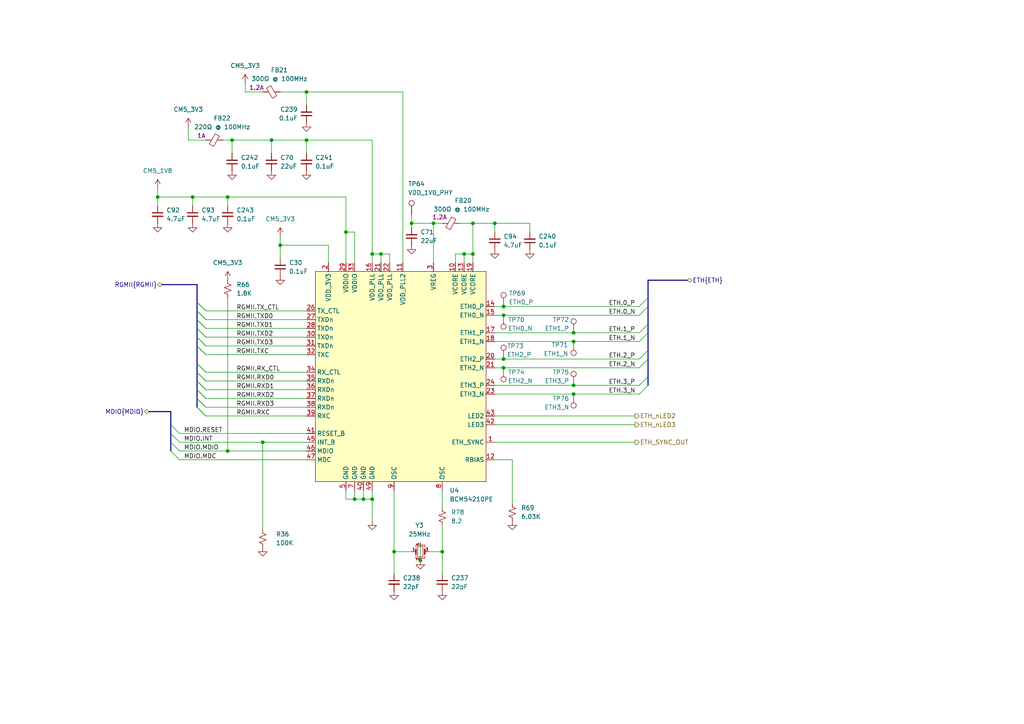
<source format=kicad_sch>
(kicad_sch (version 20250114) (generator "eeschema") (generator_version "9.0")
  (paper "A4")
  (title_block (title "RPi CM5 Ethernet PHY") (comment 2 "Guaranteed to be inaccurate") (comment 3 "License: CC BY-SA 4.0 (https://creativecommons.org/licenses/by-sa/4.0/)") (comment 4 "Reverse engineered by Tube Time"))
  (lib_symbols
    (symbol "CM5:BCM54210PE"
      (property "Reference" "U" (at 50.038 6.35 0))
      (property "Value" "BCM54210PE" (at 55.118 3.302 0))
      (symbol "BCM54210PE_1_1"
        (rectangle (start 0 0) (end 49.53 -60.96) (fill (type background)))
        (pin unspecified line (at -2.54 -11.43 0) (length 2.54) (name "TX_CTL") (number "26"))
        (pin unspecified line (at -2.54 -13.97 0) (length 2.54) (name "TXDn") (number "27"))
        (pin unspecified line (at -2.54 -16.51 0) (length 2.54) (name "TXDn") (number "28"))
        (pin unspecified line (at -2.54 -19.05 0) (length 2.54) (name "TXDn") (number "30"))
        (pin unspecified line (at -2.54 -21.59 0) (length 2.54) (name "TXDn") (number "31"))
        (pin unspecified line (at -2.54 -24.13 0) (length 2.54) (name "TXC") (number "32"))
        (pin unspecified line (at -2.54 -29.21 0) (length 2.54) (name "RX_CTL") (number "34"))
        (pin unspecified line (at -2.54 -31.75 0) (length 2.54) (name "RXDn") (number "35"))
        (pin unspecified line (at -2.54 -34.29 0) (length 2.54) (name "RXDn") (number "36"))
        (pin unspecified line (at -2.54 -36.83 0) (length 2.54) (name "RXDn") (number "37"))
        (pin unspecified line (at -2.54 -39.37 0) (length 2.54) (name "RXDn") (number "38"))
        (pin unspecified line (at -2.54 -41.91 0) (length 2.54) (name "RXC") (number "39"))
        (pin input line (at -2.54 -46.99 0) (length 2.54) (name "RESET_B") (number "41"))
        (pin open_collector line (at -2.54 -49.53 0) (length 2.54) (name "INT_B") (number "45"))
        (pin bidirectional line (at -2.54 -52.07 0) (length 2.54) (name "MDIO") (number "46"))
        (pin input line (at -2.54 -54.61 0) (length 2.54) (name "MDC") (number "47"))
        (pin power_in line (at 3.81 2.54 270) (length 2.54) (name "VDD_3V3") (number "2"))
        (pin power_in line (at 8.89 2.54 270) (length 2.54) (name "VDDIO") (number "29"))
        (pin power_in line (at 8.89 -63.5 90) (length 2.54) (name "GND") (number "5"))
        (pin power_in line (at 11.43 2.54 270) (length 2.54) (name "VDDIO") (number "33"))
        (pin power_in line (at 11.43 -63.5 90) (length 2.54) (name "GND") (number "7"))
        (pin power_in line (at 13.97 -63.5 90) (length 2.54) (name "GND") (number "40"))
        (pin power_in line (at 16.51 2.54 270) (length 2.54) (name "VDD_PLL") (number "16"))
        (pin power_in line (at 16.51 -63.5 90) (length 2.54) (name "GND") (number "49"))
        (pin power_in line (at 19.05 2.54 270) (length 2.54) (name "VDD_PLL") (number "21"))
        (pin power_in line (at 21.59 2.54 270) (length 2.54) (name "VDD_PLL") (number "22"))
        (pin passive line (at 22.86 -63.5 90) (length 2.54) (name "OSC") (number "9"))
        (pin power_in line (at 25.4 2.54 270) (length 2.54) (name "VDD_PLL2") (number "11"))
        (pin power_out line (at 34.29 2.54 270) (length 2.54) (name "VREG") (number "3"))
        (pin passive line (at 36.83 -63.5 90) (length 2.54) (name "OSC") (number "8"))
        (pin power_in line (at 40.64 2.54 270) (length 2.54) (name "VCORE") (number "10"))
        (pin power_in line (at 43.18 2.54 270) (length 2.54) (name "VCORE") (number "13"))
        (pin power_in line (at 45.72 2.54 270) (length 2.54) (name "VCORE") (number "19"))
        (pin output line (at 52.07 -10.16 180) (length 2.54) (name "ETH0_P") (number "14"))
        (pin output line (at 52.07 -12.7 180) (length 2.54) (name "ETH0_N") (number "15"))
        (pin output line (at 52.07 -17.78 180) (length 2.54) (name "ETH1_P") (number "17"))
        (pin output line (at 52.07 -20.32 180) (length 2.54) (name "ETH1_N") (number "18"))
        (pin output line (at 52.07 -25.4 180) (length 2.54) (name "ETH2_P") (number "20"))
        (pin output line (at 52.07 -27.94 180) (length 2.54) (name "ETH2_N") (number "21"))
        (pin output line (at 52.07 -33.02 180) (length 2.54) (name "ETH3_P") (number "24"))
        (pin output line (at 52.07 -35.56 180) (length 2.54) (name "ETH3_N") (number "23"))
        (pin output line (at 52.07 -41.91 180) (length 2.54) (name "LED2") (number "43"))
        (pin output line (at 52.07 -44.45 180) (length 2.54) (name "LED3") (number "42"))
        (pin output line (at 52.07 -49.53 180) (length 2.54) (name "ETH_SYNC") (number "1"))
        (pin passive line (at 52.07 -54.61 180) (length 2.54) (name "RBIAS") (number "12"))
      )
    )
    (symbol "Connector:TestPoint" (pin_numbers (hide yes)) (pin_names (offset 0.762) (hide yes))
      (property "Reference" "TP" (at 0 6.858 0))
      (property "Value" "TestPoint" (at 0 5.08 0))
      (symbol "TestPoint_0_1"
        (circle (center 0 3.302) (radius 0.762))
      )
      (symbol "TestPoint_1_1"
        (pin passive line (at 0 0 90) (length 2.54) (name "1") (number "1"))
      )
    )
    (symbol "Device:C_Small" (pin_numbers (hide yes)) (pin_names (offset 0.254) (hide yes))
      (property "Reference" "C" (at 0.254 1.778 0))
      (property "Value" "C_Small" (at 0.254 -2.032 0))
      (symbol "C_Small_0_1"
        (polyline (pts (xy -1.524 0.508) (xy 1.524 0.508)) (stroke (width 0.3048)))
        (polyline (pts (xy -1.524 -0.508) (xy 1.524 -0.508)) (stroke (width 0.3302)))
      )
      (symbol "C_Small_1_1"
        (pin passive line (at 0 2.54 270) (length 2.032) (name "~") (number "1"))
        (pin passive line (at 0 -2.54 90) (length 2.032) (name "~") (number "2"))
      )
    )
    (symbol "Device:Crystal_GND24_Small" (pin_names (offset 1.016) (hide yes))
      (property "Reference" "Y" (at 1.27 4.445 0))
      (property "Value" "Crystal_GND24_Small" (at 1.27 2.54 0))
      (symbol "Crystal_GND24_Small_0_1"
        (polyline (pts (xy -1.27 1.27) (xy -1.27 1.905) (xy 1.27 1.905) (xy 1.27 1.27)))
        (polyline (pts (xy -1.27 -0.762) (xy -1.27 0.762)) (stroke (width 0.381)))
        (polyline (pts (xy -1.27 -1.27) (xy -1.27 -1.905) (xy 1.27 -1.905) (xy 1.27 -1.27)))
        (rectangle (start -0.762 -1.524) (end 0.762 1.524))
        (polyline (pts (xy 1.27 -0.762) (xy 1.27 0.762)) (stroke (width 0.381)))
      )
      (symbol "Crystal_GND24_Small_1_1"
        (pin passive line (at -2.54 0 0) (length 1.27) (name "1") (number "1"))
        (pin passive line (at 0 2.54 270) (length 0.635) (name "4") (number "4"))
        (pin passive line (at 0 -2.54 90) (length 0.635) (name "2") (number "2"))
        (pin passive line (at 2.54 0 180) (length 1.27) (name "3") (number "3"))
      )
    )
    (symbol "Device:FerriteBead_Small" (pin_numbers (hide yes)) (pin_names (offset 0))
      (property "Reference" "FB" (at 1.905 1.27 0))
      (property "Value" "FerriteBead_Small" (at 1.905 -1.27 0))
      (symbol "FerriteBead_Small_0_1"
        (polyline (pts (xy -1.8288 0.2794) (xy -1.1176 1.4986) (xy 1.8288 -0.2032) (xy 1.1176 -1.4224) (xy -1.8288 0.2794)))
        (polyline (pts (xy 0 0.889) (xy 0 1.2954)))
        (polyline (pts (xy 0 -1.27) (xy 0 -0.7874)))
      )
      (symbol "FerriteBead_Small_1_1"
        (pin passive line (at 0 2.54 270) (length 1.27) (name "~") (number "1"))
        (pin passive line (at 0 -2.54 90) (length 1.27) (name "~") (number "2"))
      )
    )
    (symbol "Device:R_Small_US" (pin_numbers (hide yes)) (pin_names (offset 0.254) (hide yes))
      (property "Reference" "R" (at 0.762 0.508 0))
      (property "Value" "R_Small_US" (at 0.762 -1.016 0))
      (symbol "R_Small_US_1_1"
        (polyline (pts (xy 0 1.524) (xy 1.016 1.143) (xy 0 0.762) (xy -1.016 0.381) (xy 0 0)))
        (polyline (pts (xy 0 0) (xy 1.016 -0.381) (xy 0 -0.762) (xy -1.016 -1.143) (xy 0 -1.524)))
        (pin passive line (at 0 2.54 270) (length 1.016) (name "~") (number "1"))
        (pin passive line (at 0 -2.54 90) (length 1.016) (name "~") (number "2"))
      )
    )
    (symbol "power:+3.3V" (power) (pin_numbers (hide yes)) (pin_names (offset 0) (hide yes))
      (property "Value" "+3.3V" (at 0 3.556 0))
      (symbol "+3.3V_0_1"
        (polyline (pts (xy -0.762 1.27) (xy 0 2.54)))
        (polyline (pts (xy 0 2.54) (xy 0.762 1.27)))
        (polyline (pts (xy 0 0) (xy 0 2.54)))
      )
      (symbol "+3.3V_1_1"
        (pin power_in line (at 0 0 90) (length 0) (name "~") (number "1"))
      )
    )
    (symbol "power:GND" (power) (pin_numbers (hide yes)) (pin_names (offset 0) (hide yes))
      (property "Value" "GND" (at 0 -3.81 0))
      (symbol "GND_0_1"
        (polyline (pts (xy 0 0) (xy 0 -1.27) (xy 1.27 -1.27) (xy 0 -2.54) (xy -1.27 -1.27) (xy 0 -1.27)))
      )
      (symbol "GND_1_1"
        (pin power_in line (at 0 0 270) (length 0) (name "~") (number "1"))
      )
    )
  )
  (junction (at 107.95 144.78))
  (junction (at 143.51 64.77))
  (junction (at 137.16 73.66))
  (junction (at 119.38 64.77))
  (junction (at 110.49 73.66))
  (junction (at 78.74 40.64))
  (junction (at 45.72 57.15))
  (junction (at 102.87 144.78))
  (junction (at 81.28 71.12))
  (junction (at 128.27 160.02))
  (junction (at 55.88 57.15))
  (junction (at 125.73 64.77))
  (junction (at 166.37 96.52))
  (junction (at 88.9 26.67))
  (junction (at 66.04 57.15))
  (junction (at 121.92 162.56))
  (junction (at 100.33 67.31))
  (junction (at 146.05 91.44))
  (junction (at 88.9 40.64))
  (junction (at 114.3 160.02))
  (junction (at 146.05 106.68))
  (junction (at 166.37 111.76))
  (junction (at 66.04 130.81))
  (junction (at 166.37 114.3))
  (junction (at 134.62 73.66))
  (junction (at 76.2 128.27))
  (junction (at 166.37 99.06))
  (junction (at 146.05 88.9))
  (junction (at 137.16 64.77))
  (junction (at 107.95 73.66))
  (junction (at 146.05 104.14))
  (junction (at 105.41 144.78))
  (junction (at 67.31 40.64))
  (bus_entry (at 57.15 95.25) (size 2.54 2.54))
  (bus_entry (at 57.15 97.79) (size 2.54 2.54))
  (bus_entry (at 57.15 100.33) (size 2.54 2.54))
  (bus_entry (at 187.96 111.76) (size -2.54 2.54))
  (bus_entry (at 57.15 118.11) (size 2.54 2.54))
  (bus_entry (at 187.96 101.6) (size -2.54 2.54))
  (bus_entry (at 57.15 105.41) (size 2.54 2.54))
  (bus_entry (at 187.96 88.9) (size -2.54 2.54))
  (bus_entry (at 57.15 87.63) (size 2.54 2.54))
  (bus_entry (at 49.53 123.19) (size 2.54 2.54))
  (bus_entry (at 57.15 100.33) (size 2.54 2.54))
  (bus_entry (at 187.96 104.14) (size -2.54 2.54))
  (bus_entry (at 57.15 107.95) (size 2.54 2.54))
  (bus_entry (at 49.53 125.73) (size 2.54 2.54))
  (bus_entry (at 49.53 128.27) (size 2.54 2.54))
  (bus_entry (at 187.96 96.52) (size -2.54 2.54))
  (bus_entry (at 57.15 113.03) (size 2.54 2.54))
  (bus_entry (at 57.15 97.79) (size 2.54 2.54))
  (bus_entry (at 57.15 90.17) (size 2.54 2.54))
  (bus_entry (at 49.53 130.81) (size 2.54 2.54))
  (bus_entry (at 187.96 86.36) (size -2.54 2.54))
  (bus_entry (at 57.15 110.49) (size 2.54 2.54))
  (bus_entry (at 187.96 93.98) (size -2.54 2.54))
  (bus_entry (at 187.96 109.22) (size -2.54 2.54))
  (bus_entry (at 57.15 115.57) (size 2.54 2.54))
  (bus_entry (at 57.15 113.03) (size 2.54 2.54))
  (bus_entry (at 57.15 92.71) (size 2.54 2.54))
  (bus_entry (at 57.15 118.11) (size 2.54 2.54))
  (bus_entry (at 57.15 107.95) (size 2.54 2.54))
  (bus_entry (at 57.15 90.17) (size 2.54 2.54))
  (bus_entry (at 57.15 105.41) (size 2.54 2.54))
  (bus_entry (at 57.15 87.63) (size 2.54 2.54))
  (bus_entry (at 57.15 110.49) (size 2.54 2.54))
  (bus_entry (at 57.15 95.25) (size 2.54 2.54))
  (bus_entry (at 57.15 115.57) (size 2.54 2.54))
  (bus_entry (at 57.15 92.71) (size 2.54 2.54))
  (wire (pts (xy 132.08 76.2) (xy 132.08 73.66)))
  (wire (pts (xy 59.69 120.65) (xy 88.9 120.65)))
  (wire (pts (xy 102.87 144.78) (xy 105.41 144.78)))
  (wire (pts (xy 166.37 96.52) (xy 185.42 96.52)))
  (bus (pts (xy 57.15 107.95) (xy 57.15 110.49)))
  (wire (pts (xy 59.69 97.79) (xy 88.9 97.79)))
  (bus (pts (xy 57.15 90.17) (xy 57.15 92.71)))
  (wire (pts (xy 100.33 144.78) (xy 102.87 144.78)))
  (wire (pts (xy 66.04 57.15) (xy 66.04 59.69)))
  (wire (pts (xy 114.3 142.24) (xy 114.3 160.02)))
  (bus (pts (xy 49.53 119.38) (xy 43.18 119.38)))
  (wire (pts (xy 102.87 76.2) (xy 102.87 67.31)))
  (wire (pts (xy 119.38 64.77) (xy 119.38 62.23)))
  (wire (pts (xy 146.05 104.14) (xy 185.42 104.14)))
  (bus (pts (xy 187.96 101.6) (xy 187.96 96.52)))
  (wire (pts (xy 124.46 160.02) (xy 128.27 160.02)))
  (bus (pts (xy 187.96 96.52) (xy 187.96 93.98)))
  (wire (pts (xy 134.62 76.2) (xy 134.62 73.66)))
  (wire (pts (xy 52.07 133.35) (xy 88.9 133.35)))
  (wire (pts (xy 134.62 73.66) (xy 137.16 73.66)))
  (wire (pts (xy 143.51 104.14) (xy 146.05 104.14)))
  (wire (pts (xy 59.69 100.33) (xy 88.9 100.33)))
  (wire (pts (xy 121.92 157.48) (xy 121.92 162.56)))
  (wire (pts (xy 153.67 64.77) (xy 153.67 67.31)))
  (wire (pts (xy 166.37 111.76) (xy 185.42 111.76)))
  (bus (pts (xy 57.15 115.57) (xy 57.15 118.11)))
  (wire (pts (xy 45.72 54.61) (xy 45.72 57.15)))
  (wire (pts (xy 114.3 160.02) (xy 114.3 166.37)))
  (wire (pts (xy 66.04 86.36) (xy 66.04 130.81)))
  (wire (pts (xy 146.05 106.68) (xy 185.42 106.68)))
  (wire (pts (xy 59.69 107.95) (xy 88.9 107.95)))
  (wire (pts (xy 102.87 144.78) (xy 102.87 142.24)))
  (wire (pts (xy 110.49 76.2) (xy 110.49 73.66)))
  (wire (pts (xy 143.51 106.68) (xy 146.05 106.68)))
  (wire (pts (xy 100.33 67.31) (xy 100.33 76.2)))
  (bus (pts (xy 187.96 109.22) (xy 187.96 104.14)))
  (bus (pts (xy 49.53 128.27) (xy 49.53 130.81)))
  (wire (pts (xy 133.35 64.77) (xy 137.16 64.77)))
  (wire (pts (xy 54.61 36.83) (xy 54.61 40.64)))
  (wire (pts (xy 119.38 160.02) (xy 114.3 160.02)))
  (bus (pts (xy 57.15 82.55) (xy 57.15 87.63)))
  (wire (pts (xy 81.28 68.58) (xy 81.28 71.12)))
  (wire (pts (xy 137.16 76.2) (xy 137.16 73.66)))
  (wire (pts (xy 137.16 64.77) (xy 143.51 64.77)))
  (wire (pts (xy 146.05 88.9) (xy 185.42 88.9)))
  (bus (pts (xy 46.99 82.55) (xy 57.15 82.55)))
  (wire (pts (xy 76.2 128.27) (xy 88.9 128.27)))
  (wire (pts (xy 107.95 144.78) (xy 107.95 142.24)))
  (wire (pts (xy 54.61 40.64) (xy 59.69 40.64)))
  (wire (pts (xy 45.72 57.15) (xy 45.72 59.69)))
  (wire (pts (xy 143.51 120.65) (xy 184.15 120.65)))
  (wire (pts (xy 113.03 73.66) (xy 110.49 73.66)))
  (wire (pts (xy 78.74 40.64) (xy 67.31 40.64)))
  (wire (pts (xy 125.73 64.77) (xy 125.73 76.2)))
  (wire (pts (xy 55.88 57.15) (xy 45.72 57.15)))
  (wire (pts (xy 110.49 73.66) (xy 107.95 73.66)))
  (bus (pts (xy 57.15 87.63) (xy 57.15 90.17)))
  (wire (pts (xy 66.04 57.15) (xy 55.88 57.15)))
  (wire (pts (xy 67.31 44.45) (xy 67.31 40.64)))
  (wire (pts (xy 128.27 160.02) (xy 128.27 166.37)))
  (wire (pts (xy 143.51 123.19) (xy 184.15 123.19)))
  (wire (pts (xy 143.51 96.52) (xy 166.37 96.52)))
  (bus (pts (xy 57.15 92.71) (xy 57.15 95.25)))
  (wire (pts (xy 143.51 111.76) (xy 166.37 111.76)))
  (wire (pts (xy 119.38 64.77) (xy 125.73 64.77)))
  (wire (pts (xy 113.03 76.2) (xy 113.03 73.66)))
  (wire (pts (xy 107.95 151.13) (xy 107.95 144.78)))
  (wire (pts (xy 132.08 73.66) (xy 134.62 73.66)))
  (bus (pts (xy 187.96 88.9) (xy 187.96 86.36)))
  (wire (pts (xy 137.16 73.66) (xy 137.16 64.77)))
  (wire (pts (xy 143.51 91.44) (xy 146.05 91.44)))
  (wire (pts (xy 119.38 64.77) (xy 119.38 66.04)))
  (wire (pts (xy 59.69 92.71) (xy 88.9 92.71)))
  (wire (pts (xy 81.28 26.67) (xy 88.9 26.67)))
  (wire (pts (xy 66.04 130.81) (xy 88.9 130.81)))
  (bus (pts (xy 187.96 81.28) (xy 199.39 81.28)))
  (wire (pts (xy 116.84 26.67) (xy 116.84 76.2)))
  (wire (pts (xy 88.9 26.67) (xy 88.9 30.48)))
  (wire (pts (xy 88.9 44.45) (xy 88.9 40.64)))
  (wire (pts (xy 102.87 67.31) (xy 100.33 67.31)))
  (bus (pts (xy 57.15 100.33) (xy 57.15 105.41)))
  (wire (pts (xy 59.69 118.11) (xy 88.9 118.11)))
  (wire (pts (xy 143.51 64.77) (xy 153.67 64.77)))
  (wire (pts (xy 59.69 95.25) (xy 88.9 95.25)))
  (bus (pts (xy 57.15 105.41) (xy 57.15 107.95)))
  (wire (pts (xy 59.69 110.49) (xy 88.9 110.49)))
  (wire (pts (xy 128.27 152.4) (xy 128.27 160.02)))
  (bus (pts (xy 57.15 95.25) (xy 57.15 97.79)))
  (wire (pts (xy 143.51 64.77) (xy 143.51 67.31)))
  (wire (pts (xy 59.69 102.87) (xy 88.9 102.87)))
  (bus (pts (xy 49.53 125.73) (xy 49.53 128.27)))
  (bus (pts (xy 187.96 104.14) (xy 187.96 101.6)))
  (wire (pts (xy 88.9 40.64) (xy 107.95 40.64)))
  (wire (pts (xy 107.95 40.64) (xy 107.95 73.66)))
  (wire (pts (xy 166.37 99.06) (xy 185.42 99.06)))
  (wire (pts (xy 52.07 130.81) (xy 66.04 130.81)))
  (wire (pts (xy 95.25 76.2) (xy 95.25 71.12)))
  (wire (pts (xy 100.33 67.31) (xy 100.33 57.15)))
  (wire (pts (xy 67.31 40.64) (xy 64.77 40.64)))
  (wire (pts (xy 88.9 26.67) (xy 116.84 26.67)))
  (wire (pts (xy 52.07 128.27) (xy 76.2 128.27)))
  (wire (pts (xy 59.69 90.17) (xy 88.9 90.17)))
  (wire (pts (xy 59.69 115.57) (xy 88.9 115.57)))
  (wire (pts (xy 100.33 57.15) (xy 66.04 57.15)))
  (wire (pts (xy 107.95 73.66) (xy 107.95 76.2)))
  (wire (pts (xy 143.51 128.27) (xy 184.15 128.27)))
  (bus (pts (xy 49.53 123.19) (xy 49.53 119.38)))
  (wire (pts (xy 128.27 142.24) (xy 128.27 147.32)))
  (wire (pts (xy 146.05 91.44) (xy 185.42 91.44)))
  (wire (pts (xy 78.74 44.45) (xy 78.74 40.64)))
  (wire (pts (xy 148.59 133.35) (xy 148.59 146.05)))
  (wire (pts (xy 88.9 40.64) (xy 78.74 40.64)))
  (wire (pts (xy 143.51 133.35) (xy 148.59 133.35)))
  (wire (pts (xy 100.33 144.78) (xy 100.33 142.24)))
  (wire (pts (xy 166.37 114.3) (xy 185.42 114.3)))
  (wire (pts (xy 105.41 144.78) (xy 105.41 142.24)))
  (bus (pts (xy 49.53 123.19) (xy 49.53 125.73)))
  (bus (pts (xy 57.15 113.03) (xy 57.15 115.57)))
  (wire (pts (xy 76.2 26.67) (xy 71.12 26.67)))
  (bus (pts (xy 187.96 111.76) (xy 187.96 109.22)))
  (wire (pts (xy 95.25 71.12) (xy 81.28 71.12)))
  (wire (pts (xy 76.2 128.27) (xy 76.2 153.67)))
  (wire (pts (xy 105.41 144.78) (xy 107.95 144.78)))
  (wire (pts (xy 52.07 125.73) (xy 88.9 125.73)))
  (wire (pts (xy 143.51 88.9) (xy 146.05 88.9)))
  (wire (pts (xy 55.88 57.15) (xy 55.88 59.69)))
  (wire (pts (xy 81.28 71.12) (xy 81.28 74.93)))
  (bus (pts (xy 187.96 93.98) (xy 187.96 88.9)))
  (wire (pts (xy 128.27 64.77) (xy 125.73 64.77)))
  (bus (pts (xy 187.96 86.36) (xy 187.96 81.28)))
  (wire (pts (xy 143.51 114.3) (xy 166.37 114.3)))
  (bus (pts (xy 57.15 97.79) (xy 57.15 100.33)))
  (wire (pts (xy 59.69 113.03) (xy 88.9 113.03)))
  (bus (pts (xy 57.15 110.49) (xy 57.15 113.03)))
  (wire (pts (xy 143.51 99.06) (xy 166.37 99.06)))
  (wire (pts (xy 71.12 24.13) (xy 71.12 26.67)))
  (label "RGMII.TXD3" (at 68.58 100.33 0))
  (label "ETH.3_N" (at 176.53 114.3 0))
  (label "RGMII.TXD1" (at 68.58 95.25 0))
  (label "RGMII.RXD1" (at 68.58 113.03 0))
  (label "RGMII.RXD2" (at 68.58 115.57 0))
  (label "RGMII.TXC" (at 68.58 102.87 0))
  (label "ETH.2_N" (at 176.53 106.68 0))
  (label "MDIO.MDIO" (at 53.34 130.81 0))
  (label "ETH.1_N" (at 176.53 99.06 0))
  (label "MDIO.RESET" (at 53.34 125.73 0))
  (label "MDIO.INT" (at 53.34 128.27 0))
  (label "ETH.0_P" (at 176.53 88.9 0))
  (label "RGMII.TXD2" (at 68.58 97.79 0))
  (label "MDIO.MDC" (at 53.34 133.35 0))
  (label "RGMII.TX_CTL" (at 68.58 90.17 0))
  (label "RGMII.TXD0" (at 68.58 92.71 0))
  (label "ETH.0_N" (at 176.53 91.44 0))
  (label "RGMII.RX_CTL" (at 68.58 107.95 0))
  (label "RGMII.RXC" (at 68.58 120.65 0))
  (label "RGMII.RXD0" (at 68.58 110.49 0))
  (label "ETH.2_P" (at 176.53 104.14 0))
  (label "RGMII.RXD3" (at 68.58 118.11 0))
  (label "ETH.3_P" (at 176.53 111.76 0))
  (label "ETH.1_P" (at 176.53 96.52 0))
  (hierarchical_label "MDIO{MDIO}" (shape bidirectional) (at 43.18 119.38 180))
  (hierarchical_label "RGMII{RGMII}" (shape bidirectional) (at 46.99 82.55 180))
  (hierarchical_label "ETH_nLED2" (shape output) (at 184.15 120.65 0))
  (hierarchical_label "ETH_SYNC_OUT" (shape output) (at 184.15 128.27 0))
  (hierarchical_label "ETH_nLED3" (shape output) (at 184.15 123.19 0))
  (hierarchical_label "ETH{ETH}" (shape bidirectional) (at 199.39 81.28 0))
  (symbol (lib_id "Device:C_Small") (at 128.27 168.91 180) (unit 1)
    (property "Reference" "C237" (at 130.81 167.6335 0) (effects (justify right)))
    (property "Value" "22pF" (at 130.81 170.1735 0) (effects (justify right)))
    (property "Footprint" "Capacitor_SMD:C_0201_0603Metric" (effects (hide yes)))
  )
  (symbol (lib_id "power:GND") (at 55.88 64.77 0) (unit 1)
    (property "Reference" "#PWR0373" (effects (hide yes)))
    (property "Value" "GND" (effects (hide yes)))
    (property "Description" "Power symbol creates a global label with name \"GND\" , ground" (effects (hide yes)))
  )
  (symbol (lib_id "power:GND") (at 114.3 171.45 0) (unit 1)
    (property "Reference" "#PWR0180" (effects (hide yes)))
    (property "Value" "GND" (effects (hide yes)))
    (property "Description" "Power symbol creates a global label with name \"GND\" , ground" (effects (hide yes)))
  )
  (symbol (lib_id "Device:C_Small") (at 66.04 62.23 0) (unit 1)
    (property "Reference" "C243" (at 68.58 60.9662 0) (effects (justify left)))
    (property "Value" "0.1uF" (at 68.58 63.5062 0) (effects (justify left)))
    (property "Footprint" "Capacitor_SMD:C_0201_0603Metric" (effects (hide yes)))
  )
  (symbol (lib_id "power:GND") (at 66.04 64.77 0) (unit 1)
    (property "Reference" "#PWR0372" (effects (hide yes)))
    (property "Value" "GND" (effects (hide yes)))
    (property "Description" "Power symbol creates a global label with name \"GND\" , ground" (effects (hide yes)))
  )
  (symbol (lib_id "Connector:TestPoint") (at 166.37 111.76 0) (mirror y) (unit 1) (in_bom no)
    (property "Reference" "TP75" (at 165.1 107.95 0) (effects (justify left)))
    (property "Value" "ETH3_P" (at 165.1 110.49 0) (effects (justify left)))
    (property "Footprint" "TestPoint:TestPoint_Pad_D1.0mm" (effects (hide yes)))
  )
  (symbol (lib_id "Device:R_Small_US") (at 128.27 149.86 180) (unit 1)
    (property "Reference" "R78" (at 130.81 148.5899 0) (effects (justify right)))
    (property "Value" "8.2" (at 130.81 151.1299 0) (effects (justify right)))
    (property "Footprint" "Resistor_SMD:R_0201_0603Metric" (effects (hide yes)))
  )
  (symbol (lib_id "power:GND") (at 78.74 49.53 0) (unit 1)
    (property "Reference" "#PWR0185" (effects (hide yes)))
    (property "Value" "GND" (effects (hide yes)))
    (property "Description" "Power symbol creates a global label with name \"GND\" , ground" (effects (hide yes)))
  )
  (symbol (lib_id "Device:FerriteBead_Small") (at 78.74 26.67 270) (mirror x) (unit 1)
    (property "Reference" "FB21" (at 81.026 20.32 90))
    (property "Value" "300Ω @ 100MHz" (at 81.026 22.86 90))
    (property "Footprint" "Inductor_SMD:L_0402_1005Metric" (effects (hide yes)))
    (property "Description" "Ferrite bead, small symbol" (effects (hide yes)))
    (property "Rating" "1.2A" (at 74.422 25.4 90))
  )
  (symbol (lib_id "Device:FerriteBead_Small") (at 62.23 40.64 90) (unit 1)
    (property "Reference" "FB22" (at 64.4398 34.29 90))
    (property "Value" "220Ω @ 100MHz" (at 64.4398 36.83 90))
    (property "Footprint" "Inductor_SMD:L_0402_1005Metric" (effects (hide yes)))
    (property "Description" "Ferrite bead, small symbol" (effects (hide yes)))
    (property "Rating" "1A" (at 58.42 39.37 90))
  )
  (symbol (lib_id "power:+3.3V") (at 71.12 24.13 0) (mirror y) (unit 1)
    (property "Reference" "#PWR0195" (effects (hide yes)))
    (property "Value" "CM5_3V3" (at 71.12 19.05 0))
    (property "Description" "Power symbol creates a global label with name \"+3.3V\"" (effects (hide yes)))
  )
  (symbol (lib_id "Device:C_Small") (at 153.67 69.85 180) (unit 1)
    (property "Reference" "C240" (at 156.21 68.5735 0) (effects (justify right)))
    (property "Value" "0.1uF" (at 156.21 71.1135 0) (effects (justify right)))
    (property "Footprint" "Capacitor_SMD:C_0201_0603Metric" (effects (hide yes)))
  )
  (symbol (lib_id "Device:C_Small") (at 81.28 77.47 180) (unit 1)
    (property "Reference" "C30" (at 83.82 76.1935 0) (effects (justify right)))
    (property "Value" "0.1uF" (at 83.82 78.7335 0) (effects (justify right)))
    (property "Footprint" "Capacitor_SMD:C_0201_0603Metric" (effects (hide yes)))
  )
  (symbol (lib_id "Connector:TestPoint") (at 146.05 88.9 0) (unit 1) (in_bom no)
    (property "Reference" "TP69" (at 147.574 85.09 0) (effects (justify left)))
    (property "Value" "ETH0_P" (at 147.574 87.63 0) (effects (justify left)))
    (property "Footprint" "TestPoint:TestPoint_Pad_D1.0mm" (effects (hide yes)))
  )
  (symbol (lib_id "Device:C_Small") (at 55.88 62.23 0) (unit 1)
    (property "Reference" "C93" (at 58.42 60.9662 0) (effects (justify left)))
    (property "Value" "4.7uF" (at 58.42 63.5062 0) (effects (justify left)))
    (property "Footprint" "Capacitor_SMD:C_0402_1005Metric" (effects (hide yes)))
  )
  (symbol (lib_id "power:GND") (at 88.9 49.53 0) (unit 1)
    (property "Reference" "#PWR0186" (effects (hide yes)))
    (property "Value" "GND" (effects (hide yes)))
    (property "Description" "Power symbol creates a global label with name \"GND\" , ground" (effects (hide yes)))
  )
  (symbol (lib_id "Device:C_Small") (at 88.9 46.99 180) (unit 1)
    (property "Reference" "C241" (at 91.44 45.7135 0) (effects (justify right)))
    (property "Value" "0.1uF" (at 91.44 48.2535 0) (effects (justify right)))
    (property "Footprint" "Capacitor_SMD:C_0201_0603Metric" (effects (hide yes)))
  )
  (symbol (lib_id "Device:C_Small") (at 143.51 69.85 0) (unit 1)
    (property "Reference" "C94" (at 146.05 68.5862 0) (effects (justify left)))
    (property "Value" "4.7uF" (at 146.05 71.1262 0) (effects (justify left)))
    (property "Footprint" "Capacitor_SMD:C_0402_1005Metric" (effects (hide yes)))
  )
  (symbol (lib_id "Device:C_Small") (at 114.3 168.91 0) (unit 1)
    (property "Reference" "C238" (at 116.84 167.6462 0) (effects (justify left)))
    (property "Value" "22pF" (at 116.84 170.1862 0) (effects (justify left)))
    (property "Footprint" "Capacitor_SMD:C_0201_0603Metric" (effects (hide yes)))
  )
  (symbol (lib_id "power:+3.3V") (at 66.04 81.28 0) (unit 1)
    (property "Reference" "#PWR0471" (effects (hide yes)))
    (property "Value" "CM5_3V3" (at 66.04 76.2 0))
    (property "Description" "Power symbol creates a global label with name \"+3.3V\"" (effects (hide yes)))
  )
  (symbol (lib_id "Device:C_Small") (at 45.72 62.23 0) (unit 1)
    (property "Reference" "C92" (at 48.26 60.9662 0) (effects (justify left)))
    (property "Value" "4.7uF" (at 48.26 63.5062 0) (effects (justify left)))
    (property "Footprint" "Capacitor_SMD:C_0402_1005Metric" (effects (hide yes)))
  )
  (symbol (lib_id "power:GND") (at 88.9 35.56 0) (mirror y) (unit 1)
    (property "Reference" "#PWR0183" (effects (hide yes)))
    (property "Value" "GND" (effects (hide yes)))
    (property "Description" "Power symbol creates a global label with name \"GND\" , ground" (effects (hide yes)))
  )
  (symbol (lib_id "Device:C_Small") (at 119.38 68.58 180) (unit 1)
    (property "Reference" "C71" (at 121.92 67.3035 0) (effects (justify right)))
    (property "Value" "22uF" (at 121.92 69.8435 0) (effects (justify right)))
    (property "Footprint" "Capacitor_SMD:C_0603_1608Metric" (effects (hide yes)))
  )
  (symbol (lib_id "Connector:TestPoint") (at 146.05 106.68 0) (mirror x) (unit 1) (in_bom no)
    (property "Reference" "TP74" (at 147.32 107.95 0) (effects (justify left)))
    (property "Value" "ETH2_N" (at 147.32 110.49 0) (effects (justify left)))
    (property "Footprint" "TestPoint:TestPoint_Pad_D1.0mm" (effects (hide yes)))
  )
  (symbol (lib_id "Device:FerriteBead_Small") (at 130.81 64.77 90) (unit 1)
    (property "Reference" "FB20" (at 134.366 58.166 90))
    (property "Value" "300Ω @ 100MHz" (at 133.858 60.706 90))
    (property "Footprint" "Inductor_SMD:L_0402_1005Metric" (effects (hide yes)))
    (property "Description" "Ferrite bead, small symbol" (effects (hide yes)))
    (property "Rating" "1.2A" (at 127.508 62.992 90))
  )
  (symbol (lib_id "power:GND") (at 67.31 49.53 0) (unit 1)
    (property "Reference" "#PWR0184" (effects (hide yes)))
    (property "Value" "GND" (effects (hide yes)))
    (property "Description" "Power symbol creates a global label with name \"GND\" , ground" (effects (hide yes)))
  )
  (symbol (lib_id "Device:C_Small") (at 67.31 46.99 180) (unit 1)
    (property "Reference" "C242" (at 69.85 45.7135 0) (effects (justify right)))
    (property "Value" "0.1uF" (at 69.85 48.2535 0) (effects (justify right)))
    (property "Footprint" "Capacitor_SMD:C_0201_0603Metric" (effects (hide yes)))
  )
  (symbol (lib_id "power:GND") (at 107.95 151.13 0) (unit 1)
    (property "Reference" "#PWR0178" (effects (hide yes)))
    (property "Value" "GND" (effects (hide yes)))
    (property "Description" "Power symbol creates a global label with name \"GND\" , ground" (effects (hide yes)))
  )
  (symbol (lib_id "Device:R_Small_US") (at 66.04 83.82 0) (unit 1)
    (property "Reference" "R66" (at 68.58 82.5499 0) (effects (justify left)))
    (property "Value" "1.8K" (at 68.58 85.0899 0) (effects (justify left)))
    (property "Footprint" "Resistor_SMD:R_0201_0603Metric" (effects (hide yes)))
  )
  (symbol (lib_id "power:GND") (at 148.59 151.13 0) (unit 1)
    (property "Reference" "#PWR0187" (effects (hide yes)))
    (property "Value" "GND" (effects (hide yes)))
    (property "Description" "Power symbol creates a global label with name \"GND\" , ground" (effects (hide yes)))
  )
  (symbol (lib_id "Connector:TestPoint") (at 119.38 62.23 0) (unit 1) (in_bom no)
    (property "Reference" "TP64" (at 118.364 53.34 0) (effects (justify left)))
    (property "Value" "VDD_1V0_PHY" (at 118.364 55.88 0) (effects (justify left)))
    (property "Footprint" "TestPoint:TestPoint_Pad_D1.0mm" (effects (hide yes)))
  )
  (symbol (lib_id "power:+3.3V") (at 54.61 36.83 0) (unit 1)
    (property "Reference" "#PWR0472" (effects (hide yes)))
    (property "Value" "CM5_3V3" (at 54.61 31.75 0))
    (property "Description" "Power symbol creates a global label with name \"+3.3V\"" (effects (hide yes)))
  )
  (symbol (lib_id "power:GND") (at 153.67 72.39 0) (unit 1)
    (property "Reference" "#PWR0182" (effects (hide yes)))
    (property "Value" "GND" (effects (hide yes)))
    (property "Description" "Power symbol creates a global label with name \"GND\" , ground" (effects (hide yes)))
  )
  (symbol (lib_id "Connector:TestPoint") (at 166.37 99.06 0) (mirror x) (unit 1) (in_bom no)
    (property "Reference" "TP71" (at 164.846 100.076 0) (effects (justify right)))
    (property "Value" "ETH1_N" (at 164.846 102.616 0) (effects (justify right)))
    (property "Footprint" "TestPoint:TestPoint_Pad_D1.0mm" (effects (hide yes)))
  )
  (symbol (lib_id "Connector:TestPoint") (at 166.37 114.3 0) (mirror x) (unit 1) (in_bom no)
    (property "Reference" "TP76" (at 165.1 115.57 0) (effects (justify right)))
    (property "Value" "ETH3_N" (at 165.1 118.11 0) (effects (justify right)))
    (property "Footprint" "TestPoint:TestPoint_Pad_D1.0mm" (effects (hide yes)))
  )
  (symbol (lib_id "power:+3.3V") (at 81.28 68.58 0) (unit 1)
    (property "Reference" "#PWR0470" (effects (hide yes)))
    (property "Value" "CM5_3V3" (at 81.28 63.5 0))
    (property "Description" "Power symbol creates a global label with name \"+3.3V\"" (effects (hide yes)))
  )
  (symbol (lib_id "power:GND") (at 121.92 162.56 0) (unit 1)
    (property "Reference" "#PWR0102" (effects (hide yes)))
    (property "Value" "GND" (effects (hide yes)))
    (property "Description" "Power symbol creates a global label with name \"GND\" , ground" (effects (hide yes)))
  )
  (symbol (lib_id "Connector:TestPoint") (at 166.37 96.52 0) (mirror y) (unit 1) (in_bom no)
    (property "Reference" "TP72" (at 165.1 92.71 0) (effects (justify left)))
    (property "Value" "ETH1_P" (at 165.1 95.25 0) (effects (justify left)))
    (property "Footprint" "TestPoint:TestPoint_Pad_D1.0mm" (effects (hide yes)))
  )
  (symbol (lib_id "Connector:TestPoint") (at 146.05 91.44 180) (unit 1) (in_bom no)
    (property "Reference" "TP70" (at 147.32 92.71 0) (effects (justify right)))
    (property "Value" "ETH0_N" (at 147.32 95.25 0) (effects (justify right)))
    (property "Footprint" "TestPoint:TestPoint_Pad_D1.0mm" (effects (hide yes)))
  )
  (symbol (lib_id "Connector:TestPoint") (at 146.05 104.14 0) (mirror y) (unit 1) (in_bom no)
    (property "Reference" "TP73" (at 147.066 100.33 0) (effects (justify right)))
    (property "Value" "ETH2_P" (at 147.066 102.87 0) (effects (justify right)))
    (property "Footprint" "TestPoint:TestPoint_Pad_D1.0mm" (effects (hide yes)))
  )
  (symbol (lib_id "power:GND") (at 45.72 64.77 0) (unit 1)
    (property "Reference" "#PWR0374" (effects (hide yes)))
    (property "Value" "GND" (effects (hide yes)))
    (property "Description" "Power symbol creates a global label with name \"GND\" , ground" (effects (hide yes)))
  )
  (symbol (lib_id "Device:C_Small") (at 78.74 46.99 180) (unit 1)
    (property "Reference" "C70" (at 81.28 45.7135 0) (effects (justify right)))
    (property "Value" "22uF" (at 81.28 48.2535 0) (effects (justify right)))
    (property "Footprint" "Capacitor_SMD:C_0603_1608Metric" (effects (hide yes)))
  )
  (symbol (lib_id "Device:R_Small_US") (at 76.2 156.21 180) (unit 1)
    (property "Reference" "R36" (at 80.01 154.9399 0) (effects (justify right)))
    (property "Value" "100K" (at 80.01 157.4799 0) (effects (justify right)))
    (property "Footprint" "Resistor_SMD:R_0201_0603Metric" (effects (hide yes)))
  )
  (symbol (lib_id "power:GND") (at 119.38 71.12 0) (unit 1)
    (property "Reference" "#PWR0179" (effects (hide yes)))
    (property "Value" "GND" (effects (hide yes)))
    (property "Description" "Power symbol creates a global label with name \"GND\" , ground" (effects (hide yes)))
  )
  (symbol (lib_id "power:+3.3V") (at 45.72 54.61 0) (unit 1)
    (property "Reference" "#PWR0481" (effects (hide yes)))
    (property "Value" "CM5_1V8" (at 45.72 49.53 0))
    (property "Description" "Power symbol creates a global label with name \"+3.3V\"" (effects (hide yes)))
  )
  (symbol (lib_id "power:GND") (at 76.2 158.75 0) (unit 1)
    (property "Reference" "#PWR0386" (effects (hide yes)))
    (property "Value" "GND" (effects (hide yes)))
    (property "Description" "Power symbol creates a global label with name \"GND\" , ground" (effects (hide yes)))
  )
  (symbol (lib_id "Device:Crystal_GND24_Small") (at 121.92 160.02 0) (unit 1)
    (property "Reference" "Y3" (at 121.666 152.4 0))
    (property "Value" "25MHz" (at 121.666 154.94 0))
    (property "Footprint" "Crystal:Crystal_SMD_1210-4Pin_1.2x1.0mm" (effects (hide yes)))
    (property "Description" "Four pin crystal, GND on pins 2 and 4, small symbol" (effects (hide yes)))
  )
  (symbol (lib_id "CM5:BCM54210PE") (at 91.44 78.74 0) (unit 1)
    (property "Reference" "U4" (at 130.4133 142.24 0) (effects (justify left)))
    (property "Value" "BCM54210PE" (at 130.4133 144.78 0) (effects (justify left)))
    (property "Footprint" "Package_DFN_QFN:TQFN-48-1EP_7x7mm_P0.5mm_EP5.1x5.1mm" (effects (hide yes)))
  )
  (symbol (lib_id "Device:R_Small_US") (at 148.59 148.59 180) (unit 1)
    (property "Reference" "R69" (at 151.13 147.3199 0) (effects (justify right)))
    (property "Value" "6.03K" (at 151.13 149.8599 0) (effects (justify right)))
    (property "Footprint" "Resistor_SMD:R_0201_0603Metric" (effects (hide yes)))
  )
  (symbol (lib_id "power:GND") (at 81.28 80.01 0) (unit 1)
    (property "Reference" "#PWR0175" (effects (hide yes)))
    (property "Value" "GND" (effects (hide yes)))
    (property "Description" "Power symbol creates a global label with name \"GND\" , ground" (effects (hide yes)))
  )
  (symbol (lib_id "Device:C_Small") (at 88.9 33.02 0) (mirror x) (unit 1)
    (property "Reference" "C239" (at 86.36 31.7435 0) (effects (justify right)))
    (property "Value" "0.1uF" (at 86.36 34.2835 0) (effects (justify right)))
    (property "Footprint" "Capacitor_SMD:C_0201_0603Metric" (effects (hide yes)))
  )
  (symbol (lib_id "power:GND") (at 128.27 171.45 0) (unit 1)
    (property "Reference" "#PWR0181" (effects (hide yes)))
    (property "Value" "GND" (effects (hide yes)))
    (property "Description" "Power symbol creates a global label with name \"GND\" , ground" (effects (hide yes)))
  )
  (symbol (lib_id "power:GND") (at 143.51 72.39 0) (unit 1)
    (property "Reference" "#PWR0423" (effects (hide yes)))
    (property "Value" "GND" (effects (hide yes)))
    (property "Description" "Power symbol creates a global label with name \"GND\" , ground" (effects (hide yes)))
  )
)
</source>
